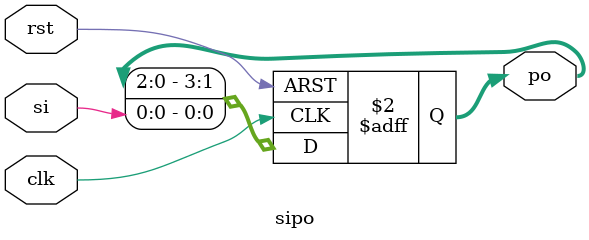
<source format=v>

module sipo(input clk,rst,si,output reg [3:0] po);
  always@(posedge clk or posedge rst)
    begin
      if(rst)
        po <= 4'b0000;
      else
        po <= {po[2:0],si};
    end
endmodule
      

</source>
